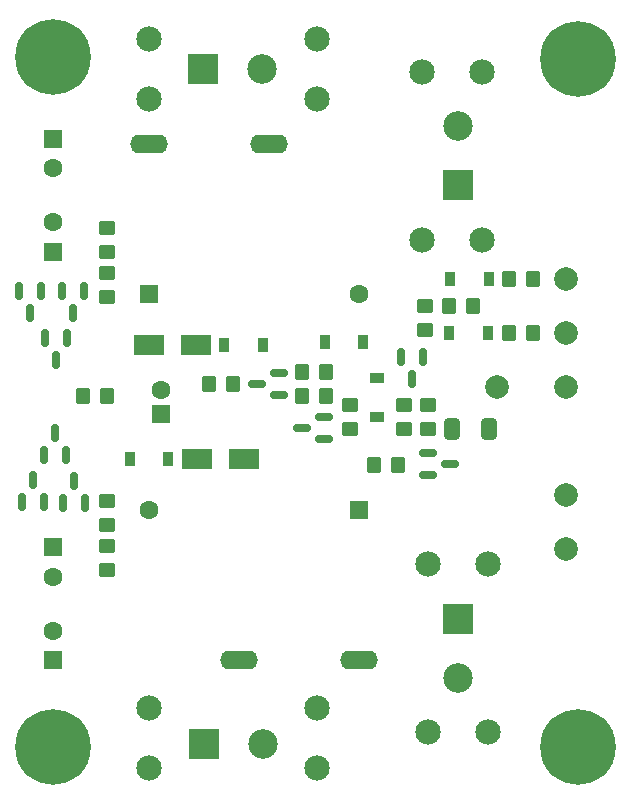
<source format=gbr>
G04 #@! TF.GenerationSoftware,KiCad,Pcbnew,(6.0.1-0)*
G04 #@! TF.CreationDate,2022-02-15T19:28:00+01:00*
G04 #@! TF.ProjectId,protection-relais,70726f74-6563-4746-996f-6e2d72656c61,rev?*
G04 #@! TF.SameCoordinates,Original*
G04 #@! TF.FileFunction,Soldermask,Top*
G04 #@! TF.FilePolarity,Negative*
%FSLAX46Y46*%
G04 Gerber Fmt 4.6, Leading zero omitted, Abs format (unit mm)*
G04 Created by KiCad (PCBNEW (6.0.1-0)) date 2022-02-15 19:28:00*
%MOMM*%
%LPD*%
G01*
G04 APERTURE LIST*
G04 Aperture macros list*
%AMRoundRect*
0 Rectangle with rounded corners*
0 $1 Rounding radius*
0 $2 $3 $4 $5 $6 $7 $8 $9 X,Y pos of 4 corners*
0 Add a 4 corners polygon primitive as box body*
4,1,4,$2,$3,$4,$5,$6,$7,$8,$9,$2,$3,0*
0 Add four circle primitives for the rounded corners*
1,1,$1+$1,$2,$3*
1,1,$1+$1,$4,$5*
1,1,$1+$1,$6,$7*
1,1,$1+$1,$8,$9*
0 Add four rect primitives between the rounded corners*
20,1,$1+$1,$2,$3,$4,$5,0*
20,1,$1+$1,$4,$5,$6,$7,0*
20,1,$1+$1,$6,$7,$8,$9,0*
20,1,$1+$1,$8,$9,$2,$3,0*%
G04 Aperture macros list end*
%ADD10R,0.900000X1.200000*%
%ADD11RoundRect,0.250000X-0.450000X0.350000X-0.450000X-0.350000X0.450000X-0.350000X0.450000X0.350000X0*%
%ADD12RoundRect,0.250000X-0.350000X-0.450000X0.350000X-0.450000X0.350000X0.450000X-0.350000X0.450000X0*%
%ADD13RoundRect,0.150000X-0.150000X0.587500X-0.150000X-0.587500X0.150000X-0.587500X0.150000X0.587500X0*%
%ADD14R,2.500000X2.500000*%
%ADD15C,2.500000*%
%ADD16C,2.145000*%
%ADD17RoundRect,0.250000X0.350000X0.450000X-0.350000X0.450000X-0.350000X-0.450000X0.350000X-0.450000X0*%
%ADD18R,1.600000X1.600000*%
%ADD19C,1.600000*%
%ADD20C,2.000000*%
%ADD21RoundRect,0.150000X0.150000X-0.587500X0.150000X0.587500X-0.150000X0.587500X-0.150000X-0.587500X0*%
%ADD22RoundRect,0.150000X0.587500X0.150000X-0.587500X0.150000X-0.587500X-0.150000X0.587500X-0.150000X0*%
%ADD23C,0.800000*%
%ADD24C,6.400000*%
%ADD25RoundRect,0.150000X-0.587500X-0.150000X0.587500X-0.150000X0.587500X0.150000X-0.587500X0.150000X0*%
%ADD26RoundRect,0.250000X-0.412500X-0.650000X0.412500X-0.650000X0.412500X0.650000X-0.412500X0.650000X0*%
%ADD27RoundRect,0.250000X0.450000X-0.350000X0.450000X0.350000X-0.450000X0.350000X-0.450000X-0.350000X0*%
%ADD28R,1.200000X0.900000*%
%ADD29O,3.200000X1.600000*%
%ADD30R,2.500000X1.800000*%
G04 APERTURE END LIST*
D10*
X94108000Y-94996000D03*
X97408000Y-94996000D03*
D11*
X92202000Y-98552000D03*
X92202000Y-100552000D03*
D10*
X110618000Y-85090000D03*
X113918000Y-85090000D03*
D12*
X108712000Y-87630000D03*
X110712000Y-87630000D03*
D13*
X90292000Y-80772000D03*
X88392000Y-80772000D03*
X89342000Y-82647000D03*
D11*
X112776000Y-90424000D03*
X112776000Y-92424000D03*
D14*
X121920000Y-71802000D03*
D15*
X121920000Y-66802000D03*
D12*
X114808000Y-95504000D03*
X116808000Y-95504000D03*
D16*
X118872000Y-76454000D03*
X123952000Y-76454000D03*
D17*
X128254000Y-84328000D03*
X126254000Y-84328000D03*
D13*
X88834000Y-84739000D03*
X86934000Y-84739000D03*
X87884000Y-86614000D03*
D12*
X90170000Y-89662000D03*
X92170000Y-89662000D03*
D18*
X87630000Y-67858000D03*
D19*
X87630000Y-70358000D03*
D20*
X131064000Y-88900000D03*
D16*
X119380000Y-118110000D03*
X124460000Y-118110000D03*
D20*
X131064000Y-84328000D03*
X125222000Y-88900000D03*
D11*
X117348000Y-90424000D03*
X117348000Y-92424000D03*
D14*
X100330000Y-61976000D03*
D15*
X105330000Y-61976000D03*
D20*
X131064000Y-79756000D03*
X131064000Y-102616000D03*
D17*
X102838000Y-88646000D03*
X100838000Y-88646000D03*
D14*
X121920000Y-108538000D03*
D15*
X121920000Y-113538000D03*
D16*
X109982000Y-121158000D03*
X109982000Y-116078000D03*
D21*
X84968000Y-98649000D03*
X86868000Y-98649000D03*
X85918000Y-96774000D03*
D22*
X106777000Y-89596000D03*
X106777000Y-87696000D03*
X104902000Y-88646000D03*
D23*
X87630000Y-63360000D03*
X85230000Y-60960000D03*
D24*
X87630000Y-60960000D03*
D23*
X85932944Y-62657056D03*
X87630000Y-58560000D03*
X89327056Y-62657056D03*
X89327056Y-59262944D03*
X85932944Y-59262944D03*
X90030000Y-60960000D03*
D13*
X118994000Y-86360000D03*
X117094000Y-86360000D03*
X118044000Y-88235000D03*
D16*
X118872000Y-62230000D03*
X123952000Y-62230000D03*
D25*
X119380000Y-94488000D03*
X119380000Y-96388000D03*
X121255000Y-95438000D03*
D14*
X100410000Y-119126000D03*
D15*
X105410000Y-119126000D03*
D11*
X92202000Y-75438000D03*
X92202000Y-77438000D03*
D16*
X119380000Y-103886000D03*
X124460000Y-103886000D03*
D23*
X130382944Y-59402944D03*
X132080000Y-63500000D03*
X134480000Y-61100000D03*
X129680000Y-61100000D03*
X130382944Y-62797056D03*
X133777056Y-62797056D03*
X132080000Y-58700000D03*
D24*
X132080000Y-61100000D03*
D23*
X133777056Y-59402944D03*
D18*
X87630000Y-77430000D03*
D19*
X87630000Y-74930000D03*
D18*
X96774000Y-91186000D03*
D19*
X96774000Y-89186000D03*
D10*
X121270000Y-79756000D03*
X124570000Y-79756000D03*
D11*
X119126000Y-82042000D03*
X119126000Y-84042000D03*
D16*
X95758000Y-64516000D03*
X95758000Y-59436000D03*
D26*
X121412000Y-92456000D03*
X124537000Y-92456000D03*
D27*
X119380000Y-92456000D03*
X119380000Y-90456000D03*
D20*
X131064000Y-98044000D03*
D17*
X123158000Y-82042000D03*
X121158000Y-82042000D03*
X110712000Y-89662000D03*
X108712000Y-89662000D03*
D21*
X88458000Y-98737363D03*
X90358000Y-98737363D03*
X89408000Y-96862363D03*
D28*
X115062000Y-88138000D03*
X115062000Y-91438000D03*
D16*
X109982000Y-64516000D03*
X109982000Y-59436000D03*
X95758000Y-121158000D03*
X95758000Y-116078000D03*
D18*
X87630000Y-102449621D03*
D19*
X87630000Y-104949621D03*
D22*
X110587000Y-93340000D03*
X110587000Y-91440000D03*
X108712000Y-92390000D03*
D18*
X95758000Y-81026000D03*
D19*
X113538000Y-81026000D03*
D29*
X105918000Y-68326000D03*
X95758000Y-68326000D03*
D30*
X103822000Y-94996000D03*
X99822000Y-94996000D03*
D27*
X92202000Y-104378000D03*
X92202000Y-102378000D03*
X92202000Y-81248000D03*
X92202000Y-79248000D03*
D30*
X95758000Y-85344000D03*
X99758000Y-85344000D03*
D13*
X86614000Y-80772000D03*
X84714000Y-80772000D03*
X85664000Y-82647000D03*
D18*
X87630000Y-112014001D03*
D19*
X87630000Y-109514001D03*
D17*
X128254000Y-79756000D03*
X126254000Y-79756000D03*
D21*
X86868000Y-94663500D03*
X88768000Y-94663500D03*
X87818000Y-92788500D03*
D10*
X105408000Y-85344000D03*
X102108000Y-85344000D03*
D18*
X113538000Y-99314000D03*
D19*
X95758000Y-99314000D03*
D29*
X103378000Y-112014000D03*
X113538000Y-112014000D03*
D23*
X134480000Y-119380000D03*
X129680000Y-119380000D03*
X130382944Y-117682944D03*
X130382944Y-121077056D03*
X133777056Y-117682944D03*
D24*
X132080000Y-119380000D03*
D23*
X133777056Y-121077056D03*
X132080000Y-116980000D03*
X132080000Y-121780000D03*
X85932944Y-121077056D03*
X89327056Y-121077056D03*
X89327056Y-117682944D03*
X87630000Y-116980000D03*
D24*
X87630000Y-119380000D03*
D23*
X87630000Y-121780000D03*
X90030000Y-119380000D03*
X85230000Y-119380000D03*
X85932944Y-117682944D03*
D10*
X121142000Y-84328000D03*
X124442000Y-84328000D03*
M02*

</source>
